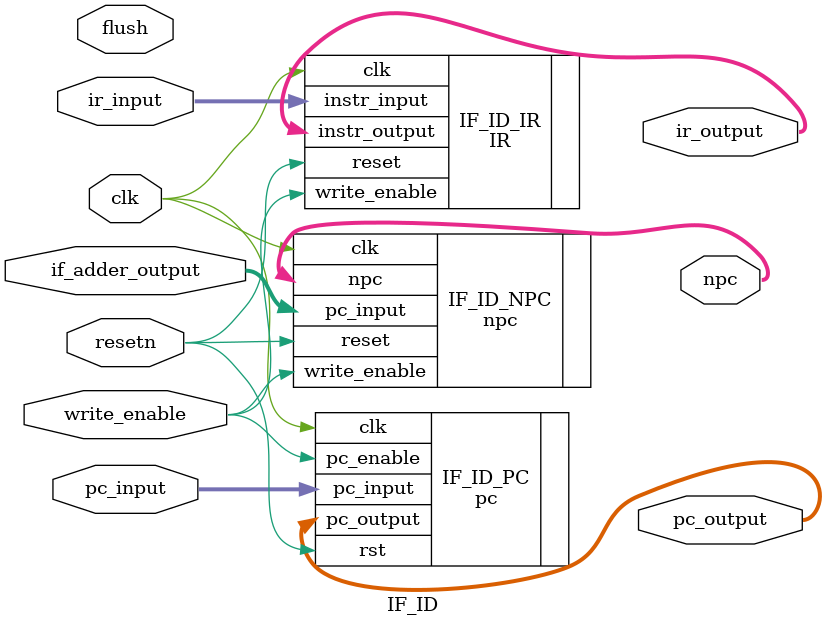
<source format=v>
`timescale 1ns / 1ps


module IF_ID(
    input clk,
    input resetn,
    input flush,
    input write_enable,
    input [31:0] ir_input,
    input [31:0] if_adder_output,
    input [31:0] pc_input,

    output [31:0] ir_output,
    output [31:0] npc,
    output [31:0] pc_output
    );

    // ÏÂÒ»¸öÒª±»·ÅÈëÁ÷Ë®ÏßµÄPCÖµ
    npc IF_ID_NPC (
        .clk (clk),
        .reset (resetn),
        .write_enable (write_enable),
        .pc_input (if_adder_output),
        .npc (npc)
    );
    
    // Ö¸Áî¼Ä´æÆ÷
    IR IF_ID_IR (
        .clk(clk),
        .reset(resetn),
        .write_enable (write_enable),
        .instr_input (ir_input),
        .instr_output (ir_output)
    );

    // µ±Ç°Ö´ÐÐµÄÖ¸ÁîµÄPCÖµ
    pc IF_ID_PC (
        .clk (clk),
        .rst (resetn),
        .pc_enable(write_enable),
        .pc_input (pc_input),
        .pc_output (pc_output)
    );

endmodule

</source>
